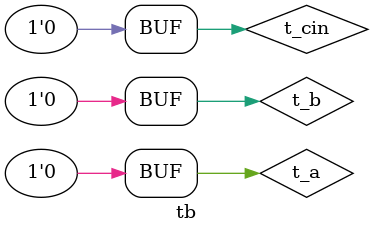
<source format=v>
module tb;
reg t_a;
reg t_b;
wire t_x;
wire t_y;
wire t_z;
wire t_sum;
reg t_cin;
wire t_cout;
fa_module1 a1(.a(t_a),.b(t_b),.cin(t_cin),.sum(t_sum),.cout(t_cout));
initial begin $dumpfile("dump.vcd");
$dumpvars(0,tb);
end
initial begin $monitor(t_a,t_b,t_cin,t_sum,t_cout);
t_a=1'b0;
t_b=1'b0;
t_cin=1'b0;
#10
t_a=1'b0;
t_b=1'b0;
t_cin=1'b1;
#10
t_a=1'b0;
t_b=1'b1;
t_cin=1'b0;
#10
t_a=1'b0;
t_b=1'b1;
t_cin=1'b1;
#10
t_a=1'b1;
t_b=1'b0;
t_cin=1'b0;
#10
t_a=1'b1;
t_b=1'b0;
t_cin=1'b1;
#10
t_a=1'b1;
t_b=1'b1;
t_cin=1'b0;
#10
t_a=1'b1;
t_b=1'b1;
t_cin=1'b1;
#10
t_a=1'b0;
t_b=1'b0;
t_cin=1'b0;

end
endmodule

</source>
